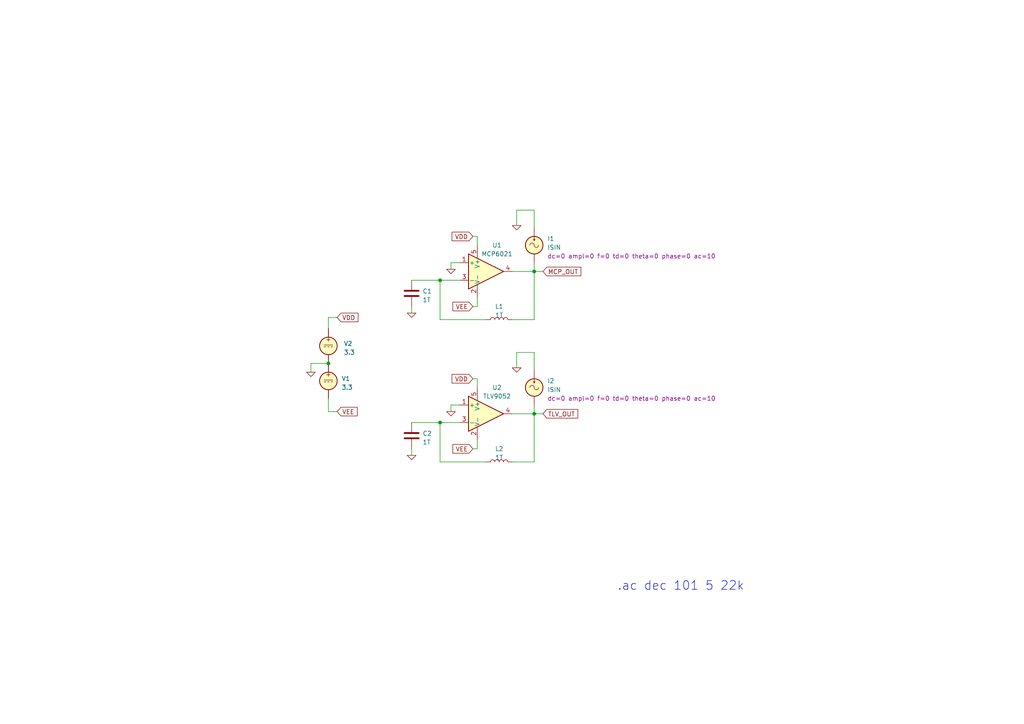
<source format=kicad_sch>
(kicad_sch (version 20230121) (generator eeschema)
  (paper "A4")
  (lib_symbols
    (symbol "Amplifier_Operational:MCP6001U" (pin_names (offset 0.127))
      (property "Reference" "U" (at 0 5.08 0))
      (property "Value" "MCP6001U" (at 0 -5.08 0))
      (symbol "MCP6001U_0_1"
        (polyline (pts (xy -5.08 5.08) (xy 5.08 0) (xy -5.08 -5.08) (xy -5.08 5.08)) (stroke (width 0.254)) (fill (type background)))
        (pin power_in line (at -2.54 -7.62 90) (length 3.81) (name "V-") (number "2"))
        (pin power_in line (at -2.54 7.62 270) (length 3.81) (name "V+") (number "5"))
      )
      (symbol "MCP6001U_1_1"
        (pin input line (at -7.62 2.54 0) (length 2.54) (name "+") (number "1"))
        (pin input line (at -7.62 -2.54 0) (length 2.54) (name "-") (number "3"))
        (pin output line (at 7.62 0 180) (length 2.54) (name "~") (number "4"))
      )
    )
    (symbol "Device:C" (pin_numbers hide) (pin_names (offset 0.254))
      (property "Reference" "C" (at 0.635 2.54 0))
      (property "Value" "C" (at 0.635 -2.54 0))
      (symbol "C_0_1"
        (polyline (pts (xy -2.032 -0.762) (xy 2.032 -0.762)) (stroke (width 0.508)))
        (polyline (pts (xy -2.032 0.762) (xy 2.032 0.762)) (stroke (width 0.508)))
      )
      (symbol "C_1_1"
        (pin passive line (at 0 3.81 270) (length 2.794) (name "~") (number "1"))
        (pin passive line (at 0 -3.81 90) (length 2.794) (name "~") (number "2"))
      )
    )
    (symbol "Device:L" (pin_numbers hide) (pin_names (offset 1.016) hide)
      (property "Reference" "L" (at -1.27 0 90))
      (property "Value" "L" (at 1.905 0 90))
      (symbol "L_0_1"
        (arc (start 0 -2.54) (mid 0.6323 -1.905) (end 0 -1.27))
        (arc (start 0 -1.27) (mid 0.6323 -0.635) (end 0 0))
        (arc (start 0 0) (mid 0.6323 0.635) (end 0 1.27))
        (arc (start 0 1.27) (mid 0.6323 1.905) (end 0 2.54))
      )
      (symbol "L_1_1"
        (pin passive line (at 0 3.81 270) (length 1.27) (name "1") (number "1"))
        (pin passive line (at 0 -3.81 90) (length 1.27) (name "2") (number "2"))
      )
    )
    (symbol "Simulation_SPICE:0" (power) (pin_names (offset 0))
      (property "Value" "0" (at 0 -1.778 0))
      (symbol "0_0_1"
        (polyline (pts (xy -1.27 0) (xy 0 -1.27) (xy 1.27 0) (xy -1.27 0)))
      )
      (symbol "0_1_1"
        (pin power_in line (at 0 0 0) (length 0) hide (name "0") (number "1"))
      )
    )
    (symbol "Simulation_SPICE:ISIN" (pin_numbers hide) (pin_names (offset 0.0254))
      (property "Reference" "I" (at 2.54 2.54 0))
      (property "Value" "ISIN" (at 2.54 0 0))
      (property "Sim.Params" "dc=0 ampl=1 f=1k" (at 2.54 -2.54 0))
      (symbol "ISIN_0_0"
        (arc (start 0 0) (mid -0.635 0.6323) (end -1.27 0))
        (arc (start 0 0) (mid 0.635 -0.6323) (end 1.27 0))
      )
      (symbol "ISIN_0_1"
        (polyline (pts (xy 0 1.27) (xy 0 2.286)))
        (polyline (pts (xy -0.254 1.778) (xy 0 1.27) (xy 0.254 1.778)))
        (circle (center 0 0) (radius 2.54) (stroke (width 0.254)) (fill (type background)))
      )
      (symbol "ISIN_1_1"
        (pin passive line (at 0 5.08 270) (length 2.54) (name "~") (number "1"))
        (pin passive line (at 0 -5.08 90) (length 2.54) (name "~") (number "2"))
      )
    )
    (symbol "Simulation_SPICE:VDC" (pin_numbers hide) (pin_names (offset 0.0254))
      (property "Reference" "V" (at 2.54 2.54 0))
      (property "Value" "1" (at 2.54 0 0))
      (symbol "VDC_0_0"
        (polyline (pts (xy -1.27 0.254) (xy 1.27 0.254)))
        (polyline (pts (xy -0.762 -0.254) (xy -1.27 -0.254)))
        (polyline (pts (xy 0.254 -0.254) (xy -0.254 -0.254)))
        (polyline (pts (xy 1.27 -0.254) (xy 0.762 -0.254)))
        (text "+" (at 0 1.905 0) (effects (font (size 1.27 1.27))))
      )
      (symbol "VDC_0_1"
        (circle (center 0 0) (radius 2.54) (stroke (width 0.254)) (fill (type background)))
      )
      (symbol "VDC_1_1"
        (pin passive line (at 0 5.08 270) (length 2.54) (name "~") (number "1"))
        (pin passive line (at 0 -5.08 90) (length 2.54) (name "~") (number "2"))
      )
    )
  )
  (junction (at 127.635 122.555))
  (junction (at 95.25 105.41))
  (junction (at 154.94 120.015))
  (junction (at 154.94 78.74))
  (junction (at 127.635 81.28))
  (wire (pts (xy 137.16 68.58) (xy 138.43 68.58)))
  (wire (pts (xy 95.25 92.075) (xy 97.79 92.075)))
  (wire (pts (xy 127.635 122.555) (xy 133.35 122.555)))
  (wire (pts (xy 130.81 117.475) (xy 130.81 119.38)))
  (wire (pts (xy 119.38 81.28) (xy 127.635 81.28)))
  (wire (pts (xy 127.635 81.28) (xy 127.635 92.71)))
  (wire (pts (xy 137.16 88.9) (xy 138.43 88.9)))
  (wire (pts (xy 127.635 92.71) (xy 140.97 92.71)))
  (wire (pts (xy 148.59 92.71) (xy 154.94 92.71)))
  (wire (pts (xy 130.81 76.2) (xy 133.35 76.2)))
  (wire (pts (xy 149.86 102.235) (xy 149.86 106.68)))
  (wire (pts (xy 95.25 115.57) (xy 95.25 119.38)))
  (wire (pts (xy 154.94 78.74) (xy 154.94 92.71)))
  (wire (pts (xy 149.86 102.235) (xy 154.94 102.235)))
  (wire (pts (xy 138.43 88.9) (xy 138.43 86.36)))
  (wire (pts (xy 95.25 105.41) (xy 90.17 105.41)))
  (wire (pts (xy 154.94 102.235) (xy 154.94 107.315)))
  (wire (pts (xy 130.81 76.2) (xy 130.81 78.105)))
  (wire (pts (xy 127.635 133.985) (xy 140.97 133.985)))
  (wire (pts (xy 149.86 60.96) (xy 149.86 65.405)))
  (wire (pts (xy 137.16 109.855) (xy 138.43 109.855)))
  (wire (pts (xy 138.43 109.855) (xy 138.43 112.395)))
  (wire (pts (xy 154.94 120.015) (xy 157.48 120.015)))
  (wire (pts (xy 148.59 78.74) (xy 154.94 78.74)))
  (wire (pts (xy 154.94 76.2) (xy 154.94 78.74)))
  (wire (pts (xy 154.94 78.74) (xy 157.48 78.74)))
  (wire (pts (xy 154.94 60.96) (xy 154.94 66.04)))
  (wire (pts (xy 148.59 120.015) (xy 154.94 120.015)))
  (wire (pts (xy 119.38 122.555) (xy 127.635 122.555)))
  (wire (pts (xy 127.635 122.555) (xy 127.635 133.985)))
  (wire (pts (xy 90.17 105.41) (xy 90.17 107.95)))
  (wire (pts (xy 119.38 130.175) (xy 119.38 132.08)))
  (wire (pts (xy 154.94 120.015) (xy 154.94 133.985)))
  (wire (pts (xy 130.81 117.475) (xy 133.35 117.475)))
  (wire (pts (xy 148.59 133.985) (xy 154.94 133.985)))
  (wire (pts (xy 95.25 95.25) (xy 95.25 92.075)))
  (wire (pts (xy 95.25 119.38) (xy 97.79 119.38)))
  (wire (pts (xy 149.86 60.96) (xy 154.94 60.96)))
  (wire (pts (xy 119.38 88.9) (xy 119.38 90.805)))
  (wire (pts (xy 154.94 117.475) (xy 154.94 120.015)))
  (wire (pts (xy 138.43 68.58) (xy 138.43 71.12)))
  (wire (pts (xy 127.635 81.28) (xy 133.35 81.28)))
  (wire (pts (xy 137.16 130.175) (xy 138.43 130.175)))
  (wire (pts (xy 138.43 130.175) (xy 138.43 127.635)))
  (text_box ".ac dec 101 5 22k" (at 177.165 166.37 0) (size 41.275 5.715) (stroke (width -0.0001)) (effects (font (size 2.54 2.54)) (justify left top)))
  (global_label "VDD" (shape input) (at 137.16 109.855 180) (property "Intersheetrefs" "${INTERSHEET_REFS}" (effects hide)))
  (global_label "VDD" (shape input) (at 97.79 92.075 0) (property "Intersheetrefs" "${INTERSHEET_REFS}" (effects hide)))
  (global_label "VEE" (shape input) (at 137.16 88.9 180) (property "Intersheetrefs" "${INTERSHEET_REFS}" (effects hide)))
  (global_label "VEE" (shape input) (at 137.16 130.175 180) (property "Intersheetrefs" "${INTERSHEET_REFS}" (effects hide)))
  (global_label "VEE" (shape input) (at 97.79 119.38 0) (property "Intersheetrefs" "${INTERSHEET_REFS}" (effects hide)))
  (global_label "VDD" (shape input) (at 137.16 68.58 180) (property "Intersheetrefs" "${INTERSHEET_REFS}" (effects hide)))
  (global_label "TLV_OUT" (shape input) (at 157.48 120.015 0) (property "Intersheetrefs" "${INTERSHEET_REFS}" (effects hide)))
  (global_label "MCP_OUT" (shape input) (at 157.48 78.74 0) (property "Intersheetrefs" "${INTERSHEET_REFS}" (effects hide)))
  (symbol (lib_id "Device:C") (at 119.38 85.09 0) (unit 1)
    (property "Reference" "C1" (at 122.555 84.455 0) (effects (justify left)))
    (property "Value" "1T" (at 122.555 86.995 0) (effects (justify left)))
  )
  (symbol (lib_id "Amplifier_Operational:MCP6001U") (at 140.97 120.015 0) (unit 1)
    (property "Reference" "U2" (at 144.145 112.395 0))
    (property "Value" "TLV9052" (at 144.145 114.935 0))
    (property "Datasheet" "http://ww1.microchip.com/downloads/en/DeviceDoc/21733j.pdf" (effects hide))
    (property "Sim.Library" "SPICEModels/TLV9052.lib" (effects hide))
    (property "Sim.Name" "TLV9052" (effects hide))
    (property "Sim.Device" "SUBCKT" (effects hide))
    (property "Sim.Pins" "1=IN+ 2=VEE 3=IN- 4=OUT 5=VCC" (effects hide))
  )
  (symbol (lib_id "Simulation_SPICE:0") (at 130.81 78.105 0) (unit 1)
    (property "Reference" "#GND01" (effects hide))
    (property "Value" "0" (effects hide))
  )
  (symbol (lib_id "Simulation_SPICE:0") (at 119.38 132.08 0) (unit 1)
    (property "Reference" "#GND08" (effects hide))
    (property "Value" "0" (effects hide))
  )
  (symbol (lib_id "Simulation_SPICE:0") (at 119.38 90.805 0) (unit 1)
    (property "Reference" "#GND02" (effects hide))
    (property "Value" "0" (effects hide))
  )
  (symbol (lib_id "Device:L") (at 144.78 92.71 90) (unit 1)
    (property "Reference" "L1" (at 144.78 88.9 90))
    (property "Value" "1T" (at 144.78 91.44 90))
  )
  (symbol (lib_id "Device:C") (at 119.38 126.365 0) (unit 1)
    (property "Reference" "C2" (at 122.555 125.73 0) (effects (justify left)))
    (property "Value" "1T" (at 122.555 128.27 0) (effects (justify left)))
  )
  (symbol (lib_id "Simulation_SPICE:0") (at 149.86 106.68 0) (unit 1)
    (property "Reference" "#GND05" (effects hide))
    (property "Value" "0" (effects hide))
  )
  (symbol (lib_id "Simulation_SPICE:ISIN") (at 154.94 112.395 0) (unit 1)
    (property "Reference" "I2" (at 158.75 110.49 0) (effects (justify left)))
    (property "Value" "ISIN" (at 158.75 113.03 0) (effects (justify left)))
    (property "Sim.Pins" "1=+ 2=-" (effects hide))
    (property "Sim.Params" "dc=0 ampl=0 f=0 td=0 theta=0 phase=0 ac=10" (at 158.75 115.57 0) (effects (justify left)))
    (property "Sim.Device" "I" (effects hide))
    (property "Sim.Type" "SIN" (effects hide))
  )
  (symbol (lib_id "Simulation_SPICE:0") (at 130.81 119.38 0) (unit 1)
    (property "Reference" "#GND06" (effects hide))
    (property "Value" "0" (effects hide))
  )
  (symbol (lib_id "Device:L") (at 144.78 133.985 90) (unit 1)
    (property "Reference" "L2" (at 144.78 130.175 90))
    (property "Value" "1T" (at 144.78 132.715 90))
  )
  (symbol (lib_id "Simulation_SPICE:VDC") (at 95.25 100.33 0) (unit 1)
    (property "Reference" "V2" (at 99.695 99.6592 0) (effects (justify left)))
    (property "Value" "3.3" (at 99.695 102.1992 0) (effects (justify left)))
    (property "Sim.Pins" "1=+ 2=-" (effects hide))
    (property "Sim.Type" "DC" (effects hide))
    (property "Sim.Device" "V" (effects hide))
  )
  (symbol (lib_id "Simulation_SPICE:0") (at 90.17 107.95 0) (unit 1)
    (property "Reference" "#GND03" (effects hide))
    (property "Value" "0" (effects hide))
  )
  (symbol (lib_id "Simulation_SPICE:ISIN") (at 154.94 71.12 0) (unit 1)
    (property "Reference" "I1" (at 158.75 69.215 0) (effects (justify left)))
    (property "Value" "ISIN" (at 158.75 71.755 0) (effects (justify left)))
    (property "Sim.Pins" "1=+ 2=-" (effects hide))
    (property "Sim.Params" "dc=0 ampl=0 f=0 td=0 theta=0 phase=0 ac=10" (at 158.75 74.295 0) (effects (justify left)))
    (property "Sim.Device" "I" (effects hide))
    (property "Sim.Type" "SIN" (effects hide))
  )
  (symbol (lib_id "Simulation_SPICE:VDC") (at 95.25 110.49 0) (unit 1)
    (property "Reference" "V1" (at 99.06 109.8192 0) (effects (justify left)))
    (property "Value" "3.3" (at 99.06 112.3592 0) (effects (justify left)))
    (property "Sim.Pins" "1=+ 2=-" (effects hide))
    (property "Sim.Type" "DC" (effects hide))
    (property "Sim.Device" "V" (effects hide))
  )
  (symbol (lib_id "Simulation_SPICE:0") (at 149.86 65.405 0) (unit 1)
    (property "Reference" "#GND04" (effects hide))
    (property "Value" "0" (effects hide))
  )
  (symbol (lib_id "Amplifier_Operational:MCP6001U") (at 140.97 78.74 0) (unit 1)
    (property "Reference" "U1" (at 144.145 71.12 0))
    (property "Value" "MCP6021" (at 144.145 73.66 0))
    (property "Datasheet" "http://ww1.microchip.com/downloads/en/DeviceDoc/21733j.pdf" (effects hide))
    (property "Sim.Library" "SPICEModels/MCP6021.lib" (effects hide))
    (property "Sim.Name" "MCP6021" (effects hide))
    (property "Sim.Device" "SUBCKT" (effects hide))
    (property "Sim.Pins" "1=1 2=4 3=2 4=5 5=3" (effects hide))
  )
)
</source>
